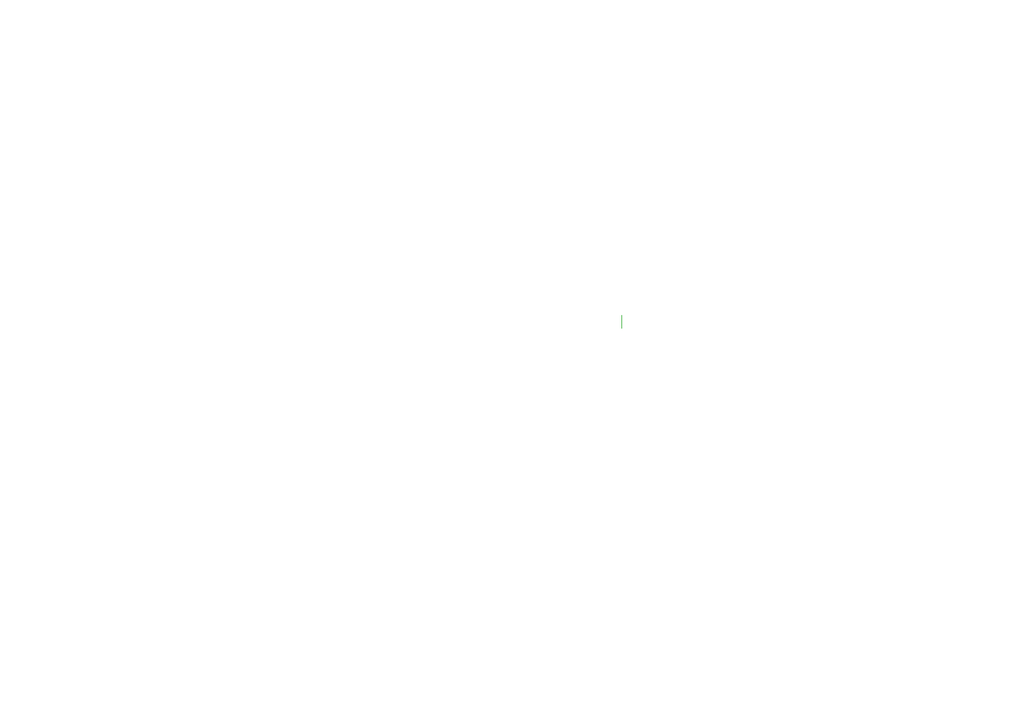
<source format=kicad_sch>
(kicad_sch
	(version 20250114)
	(generator "eeschema")
	(generator_version "9.0")
	(uuid "022b6fd2-bc5d-4b8a-a36b-e3bd65acfb6e")
	(paper "A4")
	(lib_symbols)
	(wire
		(pts
			(xy 180.34 91.44) (xy 180.34 95.25)
		)
		(stroke
			(width 0)
			(type default)
		)
		(uuid "6462d277-2491-4f3d-a730-b324290661f7")
	)
)

</source>
